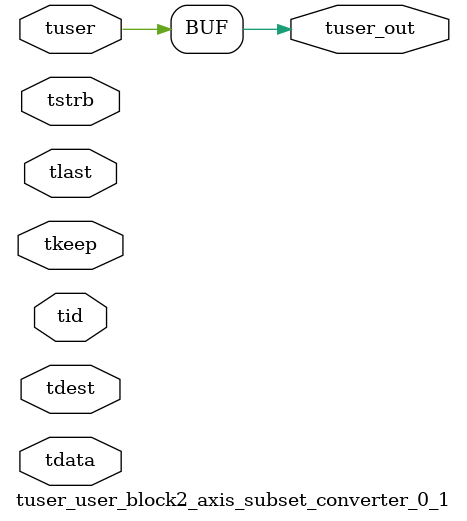
<source format=v>


`timescale 1ps/1ps

module tuser_user_block2_axis_subset_converter_0_1 #
(
parameter C_S_AXIS_TUSER_WIDTH = 1,
parameter C_S_AXIS_TDATA_WIDTH = 32,
parameter C_S_AXIS_TID_WIDTH   = 0,
parameter C_S_AXIS_TDEST_WIDTH = 0,
parameter C_M_AXIS_TUSER_WIDTH = 1
)
(
input  [(C_S_AXIS_TUSER_WIDTH == 0 ? 1 : C_S_AXIS_TUSER_WIDTH)-1:0     ] tuser,
input  [(C_S_AXIS_TDATA_WIDTH == 0 ? 1 : C_S_AXIS_TDATA_WIDTH)-1:0     ] tdata,
input  [(C_S_AXIS_TID_WIDTH   == 0 ? 1 : C_S_AXIS_TID_WIDTH)-1:0       ] tid,
input  [(C_S_AXIS_TDEST_WIDTH == 0 ? 1 : C_S_AXIS_TDEST_WIDTH)-1:0     ] tdest,
input  [(C_S_AXIS_TDATA_WIDTH/8)-1:0 ] tkeep,
input  [(C_S_AXIS_TDATA_WIDTH/8)-1:0 ] tstrb,
input                                                                    tlast,
output [C_M_AXIS_TUSER_WIDTH-1:0] tuser_out
);

assign tuser_out = {tuser[127:0]};

endmodule


</source>
